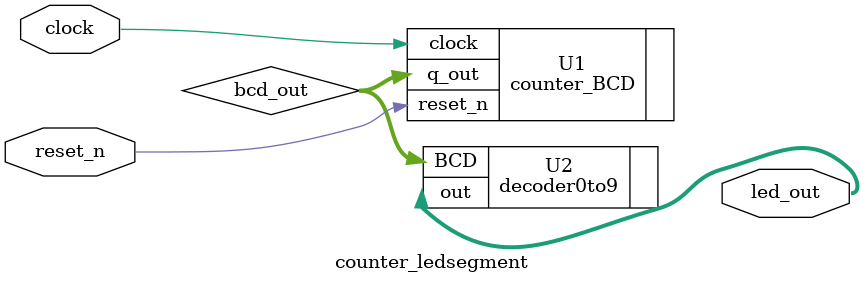
<source format=v>


module counter_ledsegment(input clock,input reset_n, output [6:0] led_out);
	wire [3:0] bcd_out;
	counter_BCD U1 (.clock(clock),.reset_n(reset_n),.q_out(bcd_out));
	
	decoder0to9 U2 (.out(led_out),.BCD(bcd_out));
endmodule
</source>
